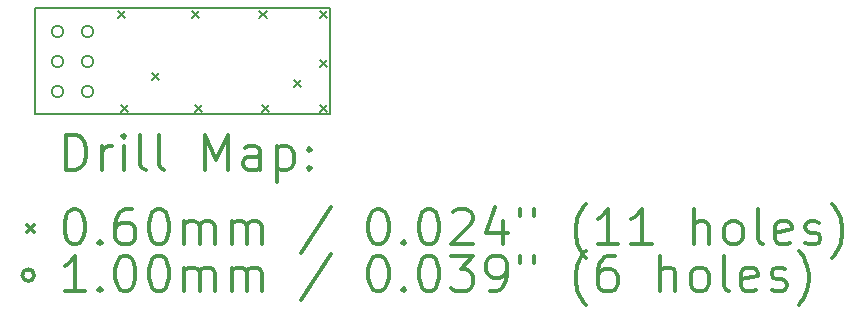
<source format=gbr>
%FSLAX45Y45*%
G04 Gerber Fmt 4.5, Leading zero omitted, Abs format (unit mm)*
G04 Created by KiCad (PCBNEW 4.0.7) date 11/12/18 15:32:57*
%MOMM*%
%LPD*%
G01*
G04 APERTURE LIST*
%ADD10C,0.127000*%
%ADD11C,0.150000*%
%ADD12C,0.200000*%
%ADD13C,0.300000*%
G04 APERTURE END LIST*
D10*
D11*
X12700000Y-9900000D02*
X12700000Y-9000000D01*
X15200000Y-9900000D02*
X12700000Y-9900000D01*
X15200000Y-9000000D02*
X15200000Y-9900000D01*
X12700000Y-9000000D02*
X15200000Y-9000000D01*
D12*
X13400000Y-9030000D02*
X13460000Y-9090000D01*
X13460000Y-9030000D02*
X13400000Y-9090000D01*
X13430000Y-9820000D02*
X13490000Y-9880000D01*
X13490000Y-9820000D02*
X13430000Y-9880000D01*
X13690000Y-9550000D02*
X13750000Y-9610000D01*
X13750000Y-9550000D02*
X13690000Y-9610000D01*
X14030000Y-9030000D02*
X14090000Y-9090000D01*
X14090000Y-9030000D02*
X14030000Y-9090000D01*
X14050000Y-9820000D02*
X14110000Y-9880000D01*
X14110000Y-9820000D02*
X14050000Y-9880000D01*
X14600000Y-9030000D02*
X14660000Y-9090000D01*
X14660000Y-9030000D02*
X14600000Y-9090000D01*
X14620000Y-9820000D02*
X14680000Y-9880000D01*
X14680000Y-9820000D02*
X14620000Y-9880000D01*
X14890000Y-9610000D02*
X14950000Y-9670000D01*
X14950000Y-9610000D02*
X14890000Y-9670000D01*
X15110000Y-9030000D02*
X15170000Y-9090000D01*
X15170000Y-9030000D02*
X15110000Y-9090000D01*
X15110000Y-9440000D02*
X15170000Y-9500000D01*
X15170000Y-9440000D02*
X15110000Y-9500000D01*
X15110000Y-9820000D02*
X15170000Y-9880000D01*
X15170000Y-9820000D02*
X15110000Y-9880000D01*
X12940000Y-9200000D02*
G75*
G03X12940000Y-9200000I-50000J0D01*
G01*
X12940000Y-9454000D02*
G75*
G03X12940000Y-9454000I-50000J0D01*
G01*
X12940000Y-9708000D02*
G75*
G03X12940000Y-9708000I-50000J0D01*
G01*
X13194000Y-9200000D02*
G75*
G03X13194000Y-9200000I-50000J0D01*
G01*
X13194000Y-9454000D02*
G75*
G03X13194000Y-9454000I-50000J0D01*
G01*
X13194000Y-9708000D02*
G75*
G03X13194000Y-9708000I-50000J0D01*
G01*
D13*
X12963928Y-10373214D02*
X12963928Y-10073214D01*
X13035357Y-10073214D01*
X13078214Y-10087500D01*
X13106786Y-10116072D01*
X13121071Y-10144643D01*
X13135357Y-10201786D01*
X13135357Y-10244643D01*
X13121071Y-10301786D01*
X13106786Y-10330357D01*
X13078214Y-10358929D01*
X13035357Y-10373214D01*
X12963928Y-10373214D01*
X13263928Y-10373214D02*
X13263928Y-10173214D01*
X13263928Y-10230357D02*
X13278214Y-10201786D01*
X13292500Y-10187500D01*
X13321071Y-10173214D01*
X13349643Y-10173214D01*
X13449643Y-10373214D02*
X13449643Y-10173214D01*
X13449643Y-10073214D02*
X13435357Y-10087500D01*
X13449643Y-10101786D01*
X13463928Y-10087500D01*
X13449643Y-10073214D01*
X13449643Y-10101786D01*
X13635357Y-10373214D02*
X13606786Y-10358929D01*
X13592500Y-10330357D01*
X13592500Y-10073214D01*
X13792500Y-10373214D02*
X13763928Y-10358929D01*
X13749643Y-10330357D01*
X13749643Y-10073214D01*
X14135357Y-10373214D02*
X14135357Y-10073214D01*
X14235357Y-10287500D01*
X14335357Y-10073214D01*
X14335357Y-10373214D01*
X14606786Y-10373214D02*
X14606786Y-10216072D01*
X14592500Y-10187500D01*
X14563928Y-10173214D01*
X14506786Y-10173214D01*
X14478214Y-10187500D01*
X14606786Y-10358929D02*
X14578214Y-10373214D01*
X14506786Y-10373214D01*
X14478214Y-10358929D01*
X14463928Y-10330357D01*
X14463928Y-10301786D01*
X14478214Y-10273214D01*
X14506786Y-10258929D01*
X14578214Y-10258929D01*
X14606786Y-10244643D01*
X14749643Y-10173214D02*
X14749643Y-10473214D01*
X14749643Y-10187500D02*
X14778214Y-10173214D01*
X14835357Y-10173214D01*
X14863928Y-10187500D01*
X14878214Y-10201786D01*
X14892500Y-10230357D01*
X14892500Y-10316072D01*
X14878214Y-10344643D01*
X14863928Y-10358929D01*
X14835357Y-10373214D01*
X14778214Y-10373214D01*
X14749643Y-10358929D01*
X15021071Y-10344643D02*
X15035357Y-10358929D01*
X15021071Y-10373214D01*
X15006786Y-10358929D01*
X15021071Y-10344643D01*
X15021071Y-10373214D01*
X15021071Y-10187500D02*
X15035357Y-10201786D01*
X15021071Y-10216072D01*
X15006786Y-10201786D01*
X15021071Y-10187500D01*
X15021071Y-10216072D01*
X12632500Y-10837500D02*
X12692500Y-10897500D01*
X12692500Y-10837500D02*
X12632500Y-10897500D01*
X13021071Y-10703214D02*
X13049643Y-10703214D01*
X13078214Y-10717500D01*
X13092500Y-10731786D01*
X13106786Y-10760357D01*
X13121071Y-10817500D01*
X13121071Y-10888929D01*
X13106786Y-10946072D01*
X13092500Y-10974643D01*
X13078214Y-10988929D01*
X13049643Y-11003214D01*
X13021071Y-11003214D01*
X12992500Y-10988929D01*
X12978214Y-10974643D01*
X12963928Y-10946072D01*
X12949643Y-10888929D01*
X12949643Y-10817500D01*
X12963928Y-10760357D01*
X12978214Y-10731786D01*
X12992500Y-10717500D01*
X13021071Y-10703214D01*
X13249643Y-10974643D02*
X13263928Y-10988929D01*
X13249643Y-11003214D01*
X13235357Y-10988929D01*
X13249643Y-10974643D01*
X13249643Y-11003214D01*
X13521071Y-10703214D02*
X13463928Y-10703214D01*
X13435357Y-10717500D01*
X13421071Y-10731786D01*
X13392500Y-10774643D01*
X13378214Y-10831786D01*
X13378214Y-10946072D01*
X13392500Y-10974643D01*
X13406786Y-10988929D01*
X13435357Y-11003214D01*
X13492500Y-11003214D01*
X13521071Y-10988929D01*
X13535357Y-10974643D01*
X13549643Y-10946072D01*
X13549643Y-10874643D01*
X13535357Y-10846072D01*
X13521071Y-10831786D01*
X13492500Y-10817500D01*
X13435357Y-10817500D01*
X13406786Y-10831786D01*
X13392500Y-10846072D01*
X13378214Y-10874643D01*
X13735357Y-10703214D02*
X13763928Y-10703214D01*
X13792500Y-10717500D01*
X13806786Y-10731786D01*
X13821071Y-10760357D01*
X13835357Y-10817500D01*
X13835357Y-10888929D01*
X13821071Y-10946072D01*
X13806786Y-10974643D01*
X13792500Y-10988929D01*
X13763928Y-11003214D01*
X13735357Y-11003214D01*
X13706786Y-10988929D01*
X13692500Y-10974643D01*
X13678214Y-10946072D01*
X13663928Y-10888929D01*
X13663928Y-10817500D01*
X13678214Y-10760357D01*
X13692500Y-10731786D01*
X13706786Y-10717500D01*
X13735357Y-10703214D01*
X13963928Y-11003214D02*
X13963928Y-10803214D01*
X13963928Y-10831786D02*
X13978214Y-10817500D01*
X14006786Y-10803214D01*
X14049643Y-10803214D01*
X14078214Y-10817500D01*
X14092500Y-10846072D01*
X14092500Y-11003214D01*
X14092500Y-10846072D02*
X14106786Y-10817500D01*
X14135357Y-10803214D01*
X14178214Y-10803214D01*
X14206786Y-10817500D01*
X14221071Y-10846072D01*
X14221071Y-11003214D01*
X14363928Y-11003214D02*
X14363928Y-10803214D01*
X14363928Y-10831786D02*
X14378214Y-10817500D01*
X14406786Y-10803214D01*
X14449643Y-10803214D01*
X14478214Y-10817500D01*
X14492500Y-10846072D01*
X14492500Y-11003214D01*
X14492500Y-10846072D02*
X14506786Y-10817500D01*
X14535357Y-10803214D01*
X14578214Y-10803214D01*
X14606786Y-10817500D01*
X14621071Y-10846072D01*
X14621071Y-11003214D01*
X15206786Y-10688929D02*
X14949643Y-11074643D01*
X15592500Y-10703214D02*
X15621071Y-10703214D01*
X15649643Y-10717500D01*
X15663928Y-10731786D01*
X15678214Y-10760357D01*
X15692500Y-10817500D01*
X15692500Y-10888929D01*
X15678214Y-10946072D01*
X15663928Y-10974643D01*
X15649643Y-10988929D01*
X15621071Y-11003214D01*
X15592500Y-11003214D01*
X15563928Y-10988929D01*
X15549643Y-10974643D01*
X15535357Y-10946072D01*
X15521071Y-10888929D01*
X15521071Y-10817500D01*
X15535357Y-10760357D01*
X15549643Y-10731786D01*
X15563928Y-10717500D01*
X15592500Y-10703214D01*
X15821071Y-10974643D02*
X15835357Y-10988929D01*
X15821071Y-11003214D01*
X15806786Y-10988929D01*
X15821071Y-10974643D01*
X15821071Y-11003214D01*
X16021071Y-10703214D02*
X16049643Y-10703214D01*
X16078214Y-10717500D01*
X16092500Y-10731786D01*
X16106785Y-10760357D01*
X16121071Y-10817500D01*
X16121071Y-10888929D01*
X16106785Y-10946072D01*
X16092500Y-10974643D01*
X16078214Y-10988929D01*
X16049643Y-11003214D01*
X16021071Y-11003214D01*
X15992500Y-10988929D01*
X15978214Y-10974643D01*
X15963928Y-10946072D01*
X15949643Y-10888929D01*
X15949643Y-10817500D01*
X15963928Y-10760357D01*
X15978214Y-10731786D01*
X15992500Y-10717500D01*
X16021071Y-10703214D01*
X16235357Y-10731786D02*
X16249643Y-10717500D01*
X16278214Y-10703214D01*
X16349643Y-10703214D01*
X16378214Y-10717500D01*
X16392500Y-10731786D01*
X16406785Y-10760357D01*
X16406785Y-10788929D01*
X16392500Y-10831786D01*
X16221071Y-11003214D01*
X16406785Y-11003214D01*
X16663928Y-10803214D02*
X16663928Y-11003214D01*
X16592500Y-10688929D02*
X16521071Y-10903214D01*
X16706785Y-10903214D01*
X16806786Y-10703214D02*
X16806786Y-10760357D01*
X16921071Y-10703214D02*
X16921071Y-10760357D01*
X17363928Y-11117500D02*
X17349643Y-11103214D01*
X17321071Y-11060357D01*
X17306786Y-11031786D01*
X17292500Y-10988929D01*
X17278214Y-10917500D01*
X17278214Y-10860357D01*
X17292500Y-10788929D01*
X17306786Y-10746072D01*
X17321071Y-10717500D01*
X17349643Y-10674643D01*
X17363928Y-10660357D01*
X17635357Y-11003214D02*
X17463928Y-11003214D01*
X17549643Y-11003214D02*
X17549643Y-10703214D01*
X17521071Y-10746072D01*
X17492500Y-10774643D01*
X17463928Y-10788929D01*
X17921071Y-11003214D02*
X17749643Y-11003214D01*
X17835357Y-11003214D02*
X17835357Y-10703214D01*
X17806786Y-10746072D01*
X17778214Y-10774643D01*
X17749643Y-10788929D01*
X18278214Y-11003214D02*
X18278214Y-10703214D01*
X18406786Y-11003214D02*
X18406786Y-10846072D01*
X18392500Y-10817500D01*
X18363928Y-10803214D01*
X18321071Y-10803214D01*
X18292500Y-10817500D01*
X18278214Y-10831786D01*
X18592500Y-11003214D02*
X18563928Y-10988929D01*
X18549643Y-10974643D01*
X18535357Y-10946072D01*
X18535357Y-10860357D01*
X18549643Y-10831786D01*
X18563928Y-10817500D01*
X18592500Y-10803214D01*
X18635357Y-10803214D01*
X18663928Y-10817500D01*
X18678214Y-10831786D01*
X18692500Y-10860357D01*
X18692500Y-10946072D01*
X18678214Y-10974643D01*
X18663928Y-10988929D01*
X18635357Y-11003214D01*
X18592500Y-11003214D01*
X18863928Y-11003214D02*
X18835357Y-10988929D01*
X18821071Y-10960357D01*
X18821071Y-10703214D01*
X19092500Y-10988929D02*
X19063929Y-11003214D01*
X19006786Y-11003214D01*
X18978214Y-10988929D01*
X18963929Y-10960357D01*
X18963929Y-10846072D01*
X18978214Y-10817500D01*
X19006786Y-10803214D01*
X19063929Y-10803214D01*
X19092500Y-10817500D01*
X19106786Y-10846072D01*
X19106786Y-10874643D01*
X18963929Y-10903214D01*
X19221071Y-10988929D02*
X19249643Y-11003214D01*
X19306786Y-11003214D01*
X19335357Y-10988929D01*
X19349643Y-10960357D01*
X19349643Y-10946072D01*
X19335357Y-10917500D01*
X19306786Y-10903214D01*
X19263929Y-10903214D01*
X19235357Y-10888929D01*
X19221071Y-10860357D01*
X19221071Y-10846072D01*
X19235357Y-10817500D01*
X19263929Y-10803214D01*
X19306786Y-10803214D01*
X19335357Y-10817500D01*
X19449643Y-11117500D02*
X19463929Y-11103214D01*
X19492500Y-11060357D01*
X19506786Y-11031786D01*
X19521071Y-10988929D01*
X19535357Y-10917500D01*
X19535357Y-10860357D01*
X19521071Y-10788929D01*
X19506786Y-10746072D01*
X19492500Y-10717500D01*
X19463929Y-10674643D01*
X19449643Y-10660357D01*
X12692500Y-11263500D02*
G75*
G03X12692500Y-11263500I-50000J0D01*
G01*
X13121071Y-11399214D02*
X12949643Y-11399214D01*
X13035357Y-11399214D02*
X13035357Y-11099214D01*
X13006786Y-11142072D01*
X12978214Y-11170643D01*
X12949643Y-11184929D01*
X13249643Y-11370643D02*
X13263928Y-11384929D01*
X13249643Y-11399214D01*
X13235357Y-11384929D01*
X13249643Y-11370643D01*
X13249643Y-11399214D01*
X13449643Y-11099214D02*
X13478214Y-11099214D01*
X13506786Y-11113500D01*
X13521071Y-11127786D01*
X13535357Y-11156357D01*
X13549643Y-11213500D01*
X13549643Y-11284929D01*
X13535357Y-11342071D01*
X13521071Y-11370643D01*
X13506786Y-11384929D01*
X13478214Y-11399214D01*
X13449643Y-11399214D01*
X13421071Y-11384929D01*
X13406786Y-11370643D01*
X13392500Y-11342071D01*
X13378214Y-11284929D01*
X13378214Y-11213500D01*
X13392500Y-11156357D01*
X13406786Y-11127786D01*
X13421071Y-11113500D01*
X13449643Y-11099214D01*
X13735357Y-11099214D02*
X13763928Y-11099214D01*
X13792500Y-11113500D01*
X13806786Y-11127786D01*
X13821071Y-11156357D01*
X13835357Y-11213500D01*
X13835357Y-11284929D01*
X13821071Y-11342071D01*
X13806786Y-11370643D01*
X13792500Y-11384929D01*
X13763928Y-11399214D01*
X13735357Y-11399214D01*
X13706786Y-11384929D01*
X13692500Y-11370643D01*
X13678214Y-11342071D01*
X13663928Y-11284929D01*
X13663928Y-11213500D01*
X13678214Y-11156357D01*
X13692500Y-11127786D01*
X13706786Y-11113500D01*
X13735357Y-11099214D01*
X13963928Y-11399214D02*
X13963928Y-11199214D01*
X13963928Y-11227786D02*
X13978214Y-11213500D01*
X14006786Y-11199214D01*
X14049643Y-11199214D01*
X14078214Y-11213500D01*
X14092500Y-11242071D01*
X14092500Y-11399214D01*
X14092500Y-11242071D02*
X14106786Y-11213500D01*
X14135357Y-11199214D01*
X14178214Y-11199214D01*
X14206786Y-11213500D01*
X14221071Y-11242071D01*
X14221071Y-11399214D01*
X14363928Y-11399214D02*
X14363928Y-11199214D01*
X14363928Y-11227786D02*
X14378214Y-11213500D01*
X14406786Y-11199214D01*
X14449643Y-11199214D01*
X14478214Y-11213500D01*
X14492500Y-11242071D01*
X14492500Y-11399214D01*
X14492500Y-11242071D02*
X14506786Y-11213500D01*
X14535357Y-11199214D01*
X14578214Y-11199214D01*
X14606786Y-11213500D01*
X14621071Y-11242071D01*
X14621071Y-11399214D01*
X15206786Y-11084929D02*
X14949643Y-11470643D01*
X15592500Y-11099214D02*
X15621071Y-11099214D01*
X15649643Y-11113500D01*
X15663928Y-11127786D01*
X15678214Y-11156357D01*
X15692500Y-11213500D01*
X15692500Y-11284929D01*
X15678214Y-11342071D01*
X15663928Y-11370643D01*
X15649643Y-11384929D01*
X15621071Y-11399214D01*
X15592500Y-11399214D01*
X15563928Y-11384929D01*
X15549643Y-11370643D01*
X15535357Y-11342071D01*
X15521071Y-11284929D01*
X15521071Y-11213500D01*
X15535357Y-11156357D01*
X15549643Y-11127786D01*
X15563928Y-11113500D01*
X15592500Y-11099214D01*
X15821071Y-11370643D02*
X15835357Y-11384929D01*
X15821071Y-11399214D01*
X15806786Y-11384929D01*
X15821071Y-11370643D01*
X15821071Y-11399214D01*
X16021071Y-11099214D02*
X16049643Y-11099214D01*
X16078214Y-11113500D01*
X16092500Y-11127786D01*
X16106785Y-11156357D01*
X16121071Y-11213500D01*
X16121071Y-11284929D01*
X16106785Y-11342071D01*
X16092500Y-11370643D01*
X16078214Y-11384929D01*
X16049643Y-11399214D01*
X16021071Y-11399214D01*
X15992500Y-11384929D01*
X15978214Y-11370643D01*
X15963928Y-11342071D01*
X15949643Y-11284929D01*
X15949643Y-11213500D01*
X15963928Y-11156357D01*
X15978214Y-11127786D01*
X15992500Y-11113500D01*
X16021071Y-11099214D01*
X16221071Y-11099214D02*
X16406785Y-11099214D01*
X16306785Y-11213500D01*
X16349643Y-11213500D01*
X16378214Y-11227786D01*
X16392500Y-11242071D01*
X16406785Y-11270643D01*
X16406785Y-11342071D01*
X16392500Y-11370643D01*
X16378214Y-11384929D01*
X16349643Y-11399214D01*
X16263928Y-11399214D01*
X16235357Y-11384929D01*
X16221071Y-11370643D01*
X16549643Y-11399214D02*
X16606785Y-11399214D01*
X16635357Y-11384929D01*
X16649643Y-11370643D01*
X16678214Y-11327786D01*
X16692500Y-11270643D01*
X16692500Y-11156357D01*
X16678214Y-11127786D01*
X16663928Y-11113500D01*
X16635357Y-11099214D01*
X16578214Y-11099214D01*
X16549643Y-11113500D01*
X16535357Y-11127786D01*
X16521071Y-11156357D01*
X16521071Y-11227786D01*
X16535357Y-11256357D01*
X16549643Y-11270643D01*
X16578214Y-11284929D01*
X16635357Y-11284929D01*
X16663928Y-11270643D01*
X16678214Y-11256357D01*
X16692500Y-11227786D01*
X16806786Y-11099214D02*
X16806786Y-11156357D01*
X16921071Y-11099214D02*
X16921071Y-11156357D01*
X17363928Y-11513500D02*
X17349643Y-11499214D01*
X17321071Y-11456357D01*
X17306786Y-11427786D01*
X17292500Y-11384929D01*
X17278214Y-11313500D01*
X17278214Y-11256357D01*
X17292500Y-11184929D01*
X17306786Y-11142072D01*
X17321071Y-11113500D01*
X17349643Y-11070643D01*
X17363928Y-11056357D01*
X17606786Y-11099214D02*
X17549643Y-11099214D01*
X17521071Y-11113500D01*
X17506786Y-11127786D01*
X17478214Y-11170643D01*
X17463928Y-11227786D01*
X17463928Y-11342071D01*
X17478214Y-11370643D01*
X17492500Y-11384929D01*
X17521071Y-11399214D01*
X17578214Y-11399214D01*
X17606786Y-11384929D01*
X17621071Y-11370643D01*
X17635357Y-11342071D01*
X17635357Y-11270643D01*
X17621071Y-11242071D01*
X17606786Y-11227786D01*
X17578214Y-11213500D01*
X17521071Y-11213500D01*
X17492500Y-11227786D01*
X17478214Y-11242071D01*
X17463928Y-11270643D01*
X17992500Y-11399214D02*
X17992500Y-11099214D01*
X18121071Y-11399214D02*
X18121071Y-11242071D01*
X18106786Y-11213500D01*
X18078214Y-11199214D01*
X18035357Y-11199214D01*
X18006786Y-11213500D01*
X17992500Y-11227786D01*
X18306786Y-11399214D02*
X18278214Y-11384929D01*
X18263928Y-11370643D01*
X18249643Y-11342071D01*
X18249643Y-11256357D01*
X18263928Y-11227786D01*
X18278214Y-11213500D01*
X18306786Y-11199214D01*
X18349643Y-11199214D01*
X18378214Y-11213500D01*
X18392500Y-11227786D01*
X18406786Y-11256357D01*
X18406786Y-11342071D01*
X18392500Y-11370643D01*
X18378214Y-11384929D01*
X18349643Y-11399214D01*
X18306786Y-11399214D01*
X18578214Y-11399214D02*
X18549643Y-11384929D01*
X18535357Y-11356357D01*
X18535357Y-11099214D01*
X18806786Y-11384929D02*
X18778214Y-11399214D01*
X18721071Y-11399214D01*
X18692500Y-11384929D01*
X18678214Y-11356357D01*
X18678214Y-11242071D01*
X18692500Y-11213500D01*
X18721071Y-11199214D01*
X18778214Y-11199214D01*
X18806786Y-11213500D01*
X18821071Y-11242071D01*
X18821071Y-11270643D01*
X18678214Y-11299214D01*
X18935357Y-11384929D02*
X18963929Y-11399214D01*
X19021071Y-11399214D01*
X19049643Y-11384929D01*
X19063929Y-11356357D01*
X19063929Y-11342071D01*
X19049643Y-11313500D01*
X19021071Y-11299214D01*
X18978214Y-11299214D01*
X18949643Y-11284929D01*
X18935357Y-11256357D01*
X18935357Y-11242071D01*
X18949643Y-11213500D01*
X18978214Y-11199214D01*
X19021071Y-11199214D01*
X19049643Y-11213500D01*
X19163928Y-11513500D02*
X19178214Y-11499214D01*
X19206786Y-11456357D01*
X19221071Y-11427786D01*
X19235357Y-11384929D01*
X19249643Y-11313500D01*
X19249643Y-11256357D01*
X19235357Y-11184929D01*
X19221071Y-11142072D01*
X19206786Y-11113500D01*
X19178214Y-11070643D01*
X19163928Y-11056357D01*
M02*

</source>
